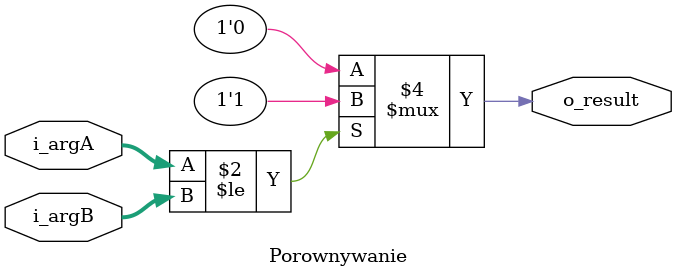
<source format=sv>
module Porownywanie (i_argA, i_argB, o_result);
    parameter BITS = 32;
    input  logic [BITS-1:0] i_argA, i_argB;
    output logic            o_result;
    // Blok opisujacy logike 
    always_comb
    begin

        if (i_argA <= i_argB)
        begin
        o_result = 1;
        end
        else o_result = 0;
        
    end
endmodule
</source>
